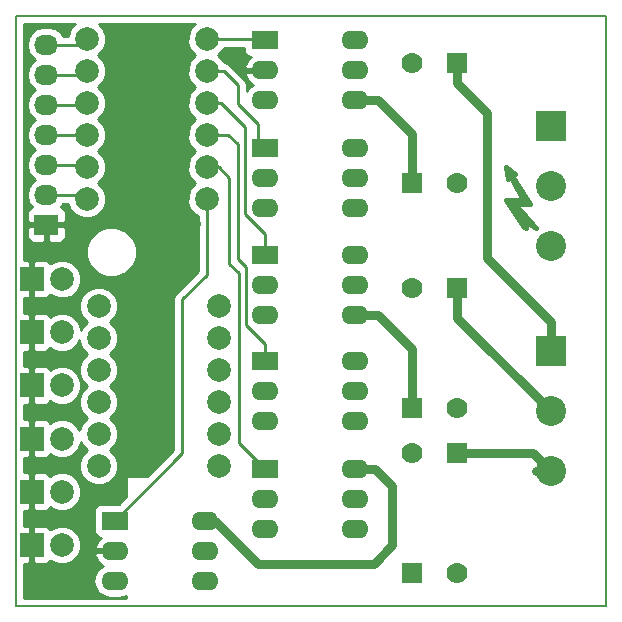
<source format=gbl>
G04 #@! TF.FileFunction,Copper,L2,Bot,Signal*
%FSLAX46Y46*%
G04 Gerber Fmt 4.6, Leading zero omitted, Abs format (unit mm)*
G04 Created by KiCad (PCBNEW (2015-09-12 BZR 6188)-product) date sam. 10 oct. 2015 11:50:57 CEST*
%MOMM*%
G01*
G04 APERTURE LIST*
%ADD10C,0.800000*%
%ADD11C,0.150000*%
%ADD12C,0.381000*%
%ADD13R,2.286000X1.574800*%
%ADD14O,2.286000X1.574800*%
%ADD15R,2.000000X2.000000*%
%ADD16C,2.000000*%
%ADD17R,2.540000X2.540000*%
%ADD18C,2.540000*%
%ADD19R,2.032000X1.727200*%
%ADD20O,2.032000X1.727200*%
%ADD21C,1.998980*%
%ADD22C,1.778000*%
%ADD23R,1.778000X1.778000*%
%ADD24C,0.889000*%
%ADD25C,0.254000*%
G04 APERTURE END LIST*
D10*
D11*
X27400000Y-23900000D02*
X77400000Y-23900000D01*
X27400000Y-73900000D02*
X27400000Y-23900000D01*
X77400000Y-73900000D02*
X27400000Y-73900000D01*
X77400000Y-23900000D02*
X77400000Y-73900000D01*
D12*
X70697000Y-41494000D02*
X69300000Y-39589000D01*
X69300000Y-39589000D02*
X70570000Y-39589000D01*
X69046000Y-37684000D02*
X68919000Y-36668000D01*
X68919000Y-36668000D02*
X69681000Y-37303000D01*
X69681000Y-37303000D02*
X69173000Y-37049000D01*
X69173000Y-37049000D02*
X70951000Y-39843000D01*
X70951000Y-39843000D02*
X69681000Y-39843000D01*
X69681000Y-39843000D02*
X71459000Y-41875000D01*
X71459000Y-41875000D02*
X70697000Y-41367000D01*
X70697000Y-41367000D02*
X70570000Y-41875000D01*
X70443000Y-41748000D02*
X68919000Y-39462000D01*
X68919000Y-39462000D02*
X70316000Y-39462000D01*
X70316000Y-39462000D02*
X69173000Y-37176000D01*
X69173000Y-37176000D02*
X69046000Y-37684000D01*
D13*
X48490000Y-25960000D03*
D14*
X48490000Y-28500000D03*
X48490000Y-31040000D03*
X56110000Y-31040000D03*
X56110000Y-28500000D03*
X56110000Y-25960000D03*
D13*
X48490000Y-35060000D03*
D14*
X48490000Y-37600000D03*
X48490000Y-40140000D03*
X56110000Y-40140000D03*
X56110000Y-37600000D03*
X56110000Y-35060000D03*
D13*
X48490000Y-44160000D03*
D14*
X48490000Y-46700000D03*
X48490000Y-49240000D03*
X56110000Y-49240000D03*
X56110000Y-46700000D03*
X56110000Y-44160000D03*
D13*
X48490000Y-53160000D03*
D14*
X48490000Y-55700000D03*
X48490000Y-58240000D03*
X56110000Y-58240000D03*
X56110000Y-55700000D03*
X56110000Y-53160000D03*
D13*
X48490000Y-62260000D03*
D14*
X48490000Y-64800000D03*
X48490000Y-67340000D03*
X56110000Y-67340000D03*
X56110000Y-64800000D03*
X56110000Y-62260000D03*
D13*
X35790000Y-66660000D03*
D14*
X35790000Y-69200000D03*
X35790000Y-71740000D03*
X43410000Y-71740000D03*
X43410000Y-69200000D03*
X43410000Y-66660000D03*
D15*
X28760000Y-46200000D03*
D16*
X31300000Y-46200000D03*
D15*
X28760000Y-55200000D03*
D16*
X31300000Y-55200000D03*
D15*
X28760000Y-64200000D03*
D16*
X31300000Y-64200000D03*
D15*
X28760000Y-50700000D03*
D16*
X31300000Y-50700000D03*
D15*
X28760000Y-59700000D03*
D16*
X31300000Y-59700000D03*
D15*
X28760000Y-68700000D03*
D16*
X31300000Y-68700000D03*
D17*
X72700000Y-52320000D03*
D18*
X72700000Y-57400000D03*
X72700000Y-62480000D03*
D19*
X30000000Y-41600000D03*
D20*
X30000000Y-39060000D03*
X30000000Y-36520000D03*
X30000000Y-33980000D03*
X30000000Y-31440000D03*
X30000000Y-28900000D03*
X30000000Y-26360000D03*
D21*
X43580000Y-25900000D03*
X33420000Y-25900000D03*
X43580000Y-28600000D03*
X33420000Y-28600000D03*
X43580000Y-31300000D03*
X33420000Y-31300000D03*
X43580000Y-34000000D03*
X33420000Y-34000000D03*
X43580000Y-36700000D03*
X33420000Y-36700000D03*
X43580000Y-39400000D03*
X33420000Y-39400000D03*
X44580000Y-51200000D03*
X34420000Y-51200000D03*
X44580000Y-56600000D03*
X34420000Y-56600000D03*
X44580000Y-62000000D03*
X34420000Y-62000000D03*
X44580000Y-48500000D03*
X34420000Y-48500000D03*
X44580000Y-53900000D03*
X34420000Y-53900000D03*
X44580000Y-59300000D03*
X34420000Y-59300000D03*
D17*
X72700000Y-33220000D03*
D18*
X72700000Y-38300000D03*
X72700000Y-43380000D03*
D22*
X60960000Y-27940000D03*
D23*
X60960000Y-38100000D03*
D22*
X64770000Y-38100000D03*
D23*
X64770000Y-27940000D03*
D22*
X60960000Y-46990000D03*
D23*
X60960000Y-57150000D03*
D22*
X64770000Y-57150000D03*
D23*
X64770000Y-46990000D03*
D22*
X60960000Y-60960000D03*
D23*
X60960000Y-71120000D03*
D22*
X64770000Y-71120000D03*
D23*
X64770000Y-60960000D03*
D24*
X42700000Y-41500000D03*
X37900000Y-40500000D03*
D10*
X67310000Y-44450000D02*
X72700000Y-49840000D01*
X72700000Y-49840000D02*
X72700000Y-52320000D01*
X67310000Y-32169000D02*
X67310000Y-44450000D01*
X64770000Y-27940000D02*
X64770000Y-29629000D01*
X64770000Y-29629000D02*
X67310000Y-32169000D01*
X56110000Y-31040000D02*
X58053000Y-31040000D01*
X58053000Y-31040000D02*
X60960000Y-33947000D01*
X60960000Y-33947000D02*
X60960000Y-36411000D01*
X60960000Y-36411000D02*
X60960000Y-38100000D01*
X64770000Y-46990000D02*
X64770000Y-49470000D01*
X64770000Y-49470000D02*
X72700000Y-57400000D01*
X71900000Y-56600000D02*
X72700000Y-57400000D01*
X56110000Y-49240000D02*
X58053000Y-49240000D01*
X58053000Y-49240000D02*
X60960000Y-52147000D01*
X60960000Y-55461000D02*
X60960000Y-57150000D01*
X60960000Y-52147000D02*
X60960000Y-55461000D01*
X56110000Y-49240000D02*
X56465600Y-49240000D01*
X64770000Y-60960000D02*
X71180000Y-60960000D01*
X71180000Y-60960000D02*
X72700000Y-62480000D01*
X71480000Y-62480000D02*
X72700000Y-62480000D01*
D25*
X38900000Y-41500000D02*
X42700000Y-41500000D01*
X37900000Y-40500000D02*
X38900000Y-41500000D01*
X48430000Y-25900000D02*
X48490000Y-25960000D01*
X43580000Y-25900000D02*
X48430000Y-25900000D01*
D10*
X43960000Y-66660000D02*
X43410000Y-66660000D01*
X56110000Y-62260000D02*
X55740000Y-62260000D01*
X47900000Y-70300000D02*
X57700000Y-70300000D01*
X57700000Y-70300000D02*
X59300000Y-68700000D01*
X59300000Y-68700000D02*
X59300000Y-63700000D01*
X59300000Y-63700000D02*
X57860000Y-62260000D01*
X57860000Y-62260000D02*
X56110000Y-62260000D01*
X44260000Y-66660000D02*
X47900000Y-70300000D01*
X43410000Y-66660000D02*
X44260000Y-66660000D01*
D25*
X47900000Y-34470000D02*
X48490000Y-35060000D01*
X45000000Y-28600000D02*
X46200000Y-29800000D01*
X46200000Y-29800000D02*
X46200000Y-31400000D01*
X46200000Y-31400000D02*
X47900000Y-33100000D01*
X47900000Y-33100000D02*
X47900000Y-34470000D01*
X43580000Y-28600000D02*
X45000000Y-28600000D01*
X44800000Y-31300000D02*
X46800000Y-33300000D01*
X46800000Y-33300000D02*
X46800000Y-40700000D01*
X46800000Y-40700000D02*
X48490000Y-42390000D01*
X48490000Y-42390000D02*
X48490000Y-44160000D01*
X43580000Y-31300000D02*
X44800000Y-31300000D01*
X45400000Y-34000000D02*
X46200000Y-34800000D01*
X46200000Y-34800000D02*
X46200000Y-44500000D01*
X46200000Y-44500000D02*
X46900000Y-45200000D01*
X46900000Y-45200000D02*
X46900000Y-50100000D01*
X46900000Y-50100000D02*
X48490000Y-51690000D01*
X48490000Y-51690000D02*
X48490000Y-53160000D01*
X43580000Y-34000000D02*
X45400000Y-34000000D01*
X43580000Y-36700000D02*
X44600000Y-36700000D01*
X46300000Y-60070000D02*
X48490000Y-62260000D01*
X46300000Y-45700000D02*
X46300000Y-60070000D01*
X45500000Y-44900000D02*
X46300000Y-45700000D01*
X45500000Y-37600000D02*
X45500000Y-44900000D01*
X44600000Y-36700000D02*
X45500000Y-37600000D01*
X43580000Y-36700000D02*
X44500000Y-36700000D01*
X43580000Y-45820000D02*
X41500000Y-47900000D01*
X41500000Y-47900000D02*
X41500000Y-60950000D01*
X41500000Y-60950000D02*
X35790000Y-66660000D01*
X43580000Y-39400000D02*
X43580000Y-45820000D01*
X32960000Y-26360000D02*
X33420000Y-25900000D01*
X30000000Y-26360000D02*
X32960000Y-26360000D01*
X33120000Y-28900000D02*
X33420000Y-28600000D01*
X30000000Y-28900000D02*
X33120000Y-28900000D01*
X33280000Y-31440000D02*
X33420000Y-31300000D01*
X30000000Y-31440000D02*
X33280000Y-31440000D01*
X33400000Y-33980000D02*
X33420000Y-34000000D01*
X30000000Y-33980000D02*
X33400000Y-33980000D01*
X33240000Y-36520000D02*
X33420000Y-36700000D01*
X30000000Y-36520000D02*
X33240000Y-36520000D01*
X33080000Y-39060000D02*
X33420000Y-39400000D01*
X30000000Y-39060000D02*
X33080000Y-39060000D01*
G36*
X32035154Y-24972927D02*
X31785794Y-25573453D01*
X31785773Y-25598000D01*
X31443312Y-25598000D01*
X31244415Y-25300330D01*
X30758234Y-24975474D01*
X30184745Y-24861400D01*
X29815255Y-24861400D01*
X29241766Y-24975474D01*
X28755585Y-25300330D01*
X28430729Y-25786511D01*
X28316655Y-26360000D01*
X28430729Y-26933489D01*
X28755585Y-27419670D01*
X29070366Y-27630000D01*
X28755585Y-27840330D01*
X28430729Y-28326511D01*
X28316655Y-28900000D01*
X28430729Y-29473489D01*
X28755585Y-29959670D01*
X29070366Y-30170000D01*
X28755585Y-30380330D01*
X28430729Y-30866511D01*
X28316655Y-31440000D01*
X28430729Y-32013489D01*
X28755585Y-32499670D01*
X29070366Y-32710000D01*
X28755585Y-32920330D01*
X28430729Y-33406511D01*
X28316655Y-33980000D01*
X28430729Y-34553489D01*
X28755585Y-35039670D01*
X29070366Y-35250000D01*
X28755585Y-35460330D01*
X28430729Y-35946511D01*
X28316655Y-36520000D01*
X28430729Y-37093489D01*
X28755585Y-37579670D01*
X29070366Y-37790000D01*
X28755585Y-38000330D01*
X28430729Y-38486511D01*
X28316655Y-39060000D01*
X28430729Y-39633489D01*
X28755585Y-40119670D01*
X28777780Y-40134500D01*
X28624302Y-40198073D01*
X28445673Y-40376701D01*
X28349000Y-40610090D01*
X28349000Y-41314250D01*
X28507750Y-41473000D01*
X29873000Y-41473000D01*
X29873000Y-41453000D01*
X30127000Y-41453000D01*
X30127000Y-41473000D01*
X31492250Y-41473000D01*
X31651000Y-41314250D01*
X31651000Y-40610090D01*
X31554327Y-40376701D01*
X31375698Y-40198073D01*
X31222220Y-40134500D01*
X31244415Y-40119670D01*
X31443312Y-39822000D01*
X31825845Y-39822000D01*
X32033538Y-40324655D01*
X32492927Y-40784846D01*
X33093453Y-41034206D01*
X33743694Y-41034774D01*
X34344655Y-40786462D01*
X34804846Y-40327073D01*
X35054206Y-39726547D01*
X35054774Y-39076306D01*
X34806462Y-38475345D01*
X34381520Y-38049661D01*
X34804846Y-37627073D01*
X35054206Y-37026547D01*
X35054774Y-36376306D01*
X34806462Y-35775345D01*
X34381520Y-35349661D01*
X34804846Y-34927073D01*
X35054206Y-34326547D01*
X35054774Y-33676306D01*
X34806462Y-33075345D01*
X34381520Y-32649661D01*
X34804846Y-32227073D01*
X35054206Y-31626547D01*
X35054774Y-30976306D01*
X34806462Y-30375345D01*
X34381520Y-29949661D01*
X34804846Y-29527073D01*
X35054206Y-28926547D01*
X35054774Y-28276306D01*
X34806462Y-27675345D01*
X34381520Y-27249661D01*
X34804846Y-26827073D01*
X35054206Y-26226547D01*
X35054774Y-25576306D01*
X34806462Y-24975345D01*
X34441754Y-24610000D01*
X42558715Y-24610000D01*
X42195154Y-24972927D01*
X41945794Y-25573453D01*
X41945226Y-26223694D01*
X42193538Y-26824655D01*
X42618480Y-27250339D01*
X42195154Y-27672927D01*
X41945794Y-28273453D01*
X41945226Y-28923694D01*
X42193538Y-29524655D01*
X42618480Y-29950339D01*
X42195154Y-30372927D01*
X41945794Y-30973453D01*
X41945226Y-31623694D01*
X42193538Y-32224655D01*
X42618480Y-32650339D01*
X42195154Y-33072927D01*
X41945794Y-33673453D01*
X41945226Y-34323694D01*
X42193538Y-34924655D01*
X42618480Y-35350339D01*
X42195154Y-35772927D01*
X41945794Y-36373453D01*
X41945226Y-37023694D01*
X42193538Y-37624655D01*
X42618480Y-38050339D01*
X42195154Y-38472927D01*
X41945794Y-39073453D01*
X41945226Y-39723694D01*
X42193538Y-40324655D01*
X42652927Y-40784846D01*
X42818000Y-40853390D01*
X42818000Y-45504369D01*
X40961185Y-47361185D01*
X40796004Y-47608395D01*
X40738000Y-47900000D01*
X40738000Y-60634369D01*
X38499369Y-62873000D01*
X36900000Y-62873000D01*
X36850590Y-62883006D01*
X36808965Y-62911447D01*
X36781685Y-62953841D01*
X36773000Y-63000000D01*
X36773000Y-64599370D01*
X36147210Y-65225160D01*
X34647000Y-65225160D01*
X34411683Y-65269438D01*
X34195559Y-65408510D01*
X34050569Y-65620710D01*
X33999560Y-65872600D01*
X33999560Y-67447400D01*
X34043838Y-67682717D01*
X34182910Y-67898841D01*
X34395110Y-68043831D01*
X34588390Y-68082971D01*
X34338809Y-68284014D01*
X34071673Y-68773004D01*
X34054990Y-68852940D01*
X34177148Y-69073000D01*
X35663000Y-69073000D01*
X35663000Y-69053000D01*
X35917000Y-69053000D01*
X35917000Y-69073000D01*
X35937000Y-69073000D01*
X35937000Y-69327000D01*
X35917000Y-69327000D01*
X35917000Y-69347000D01*
X35663000Y-69347000D01*
X35663000Y-69327000D01*
X34177148Y-69327000D01*
X34054990Y-69547060D01*
X34071673Y-69626996D01*
X34338809Y-70115986D01*
X34772738Y-70465525D01*
X34788830Y-70470246D01*
X34393778Y-70734211D01*
X34085441Y-71195671D01*
X33977167Y-71740000D01*
X34085441Y-72284329D01*
X34393778Y-72745789D01*
X34855238Y-73054126D01*
X35399567Y-73162400D01*
X36180433Y-73162400D01*
X36724762Y-73054126D01*
X36773000Y-73021894D01*
X36773000Y-73190000D01*
X28110000Y-73190000D01*
X28110000Y-70335000D01*
X28474250Y-70335000D01*
X28633000Y-70176250D01*
X28633000Y-68827000D01*
X28613000Y-68827000D01*
X28613000Y-68573000D01*
X28633000Y-68573000D01*
X28633000Y-67223750D01*
X28887000Y-67223750D01*
X28887000Y-68573000D01*
X28907000Y-68573000D01*
X28907000Y-68827000D01*
X28887000Y-68827000D01*
X28887000Y-70176250D01*
X29045750Y-70335000D01*
X29886310Y-70335000D01*
X30119699Y-70238327D01*
X30298327Y-70059698D01*
X30312630Y-70025166D01*
X30372637Y-70085278D01*
X30973352Y-70334716D01*
X31623795Y-70335284D01*
X32224943Y-70086894D01*
X32685278Y-69627363D01*
X32934716Y-69026648D01*
X32935284Y-68376205D01*
X32686894Y-67775057D01*
X32227363Y-67314722D01*
X31626648Y-67065284D01*
X30976205Y-67064716D01*
X30375057Y-67313106D01*
X30312803Y-67375251D01*
X30298327Y-67340302D01*
X30119699Y-67161673D01*
X29886310Y-67065000D01*
X29045750Y-67065000D01*
X28887000Y-67223750D01*
X28633000Y-67223750D01*
X28474250Y-67065000D01*
X28110000Y-67065000D01*
X28110000Y-65835000D01*
X28474250Y-65835000D01*
X28633000Y-65676250D01*
X28633000Y-64327000D01*
X28613000Y-64327000D01*
X28613000Y-64073000D01*
X28633000Y-64073000D01*
X28633000Y-62723750D01*
X28887000Y-62723750D01*
X28887000Y-64073000D01*
X28907000Y-64073000D01*
X28907000Y-64327000D01*
X28887000Y-64327000D01*
X28887000Y-65676250D01*
X29045750Y-65835000D01*
X29886310Y-65835000D01*
X30119699Y-65738327D01*
X30298327Y-65559698D01*
X30312630Y-65525166D01*
X30372637Y-65585278D01*
X30973352Y-65834716D01*
X31623795Y-65835284D01*
X32224943Y-65586894D01*
X32685278Y-65127363D01*
X32934716Y-64526648D01*
X32935284Y-63876205D01*
X32686894Y-63275057D01*
X32227363Y-62814722D01*
X31626648Y-62565284D01*
X30976205Y-62564716D01*
X30375057Y-62813106D01*
X30312803Y-62875251D01*
X30298327Y-62840302D01*
X30119699Y-62661673D01*
X29886310Y-62565000D01*
X29045750Y-62565000D01*
X28887000Y-62723750D01*
X28633000Y-62723750D01*
X28474250Y-62565000D01*
X28110000Y-62565000D01*
X28110000Y-61335000D01*
X28474250Y-61335000D01*
X28633000Y-61176250D01*
X28633000Y-59827000D01*
X28613000Y-59827000D01*
X28613000Y-59573000D01*
X28633000Y-59573000D01*
X28633000Y-58223750D01*
X28474250Y-58065000D01*
X28110000Y-58065000D01*
X28110000Y-56835000D01*
X28474250Y-56835000D01*
X28633000Y-56676250D01*
X28633000Y-55327000D01*
X28613000Y-55327000D01*
X28613000Y-55073000D01*
X28633000Y-55073000D01*
X28633000Y-53723750D01*
X28887000Y-53723750D01*
X28887000Y-55073000D01*
X28907000Y-55073000D01*
X28907000Y-55327000D01*
X28887000Y-55327000D01*
X28887000Y-56676250D01*
X29045750Y-56835000D01*
X29886310Y-56835000D01*
X30119699Y-56738327D01*
X30298327Y-56559698D01*
X30312630Y-56525166D01*
X30372637Y-56585278D01*
X30973352Y-56834716D01*
X31623795Y-56835284D01*
X32224943Y-56586894D01*
X32685278Y-56127363D01*
X32934716Y-55526648D01*
X32935284Y-54876205D01*
X32686894Y-54275057D01*
X32227363Y-53814722D01*
X31626648Y-53565284D01*
X30976205Y-53564716D01*
X30375057Y-53813106D01*
X30312803Y-53875251D01*
X30298327Y-53840302D01*
X30119699Y-53661673D01*
X29886310Y-53565000D01*
X29045750Y-53565000D01*
X28887000Y-53723750D01*
X28633000Y-53723750D01*
X28474250Y-53565000D01*
X28110000Y-53565000D01*
X28110000Y-52335000D01*
X28474250Y-52335000D01*
X28633000Y-52176250D01*
X28633000Y-50827000D01*
X28613000Y-50827000D01*
X28613000Y-50573000D01*
X28633000Y-50573000D01*
X28633000Y-49223750D01*
X28887000Y-49223750D01*
X28887000Y-50573000D01*
X28907000Y-50573000D01*
X28907000Y-50827000D01*
X28887000Y-50827000D01*
X28887000Y-52176250D01*
X29045750Y-52335000D01*
X29886310Y-52335000D01*
X30119699Y-52238327D01*
X30298327Y-52059698D01*
X30312630Y-52025166D01*
X30372637Y-52085278D01*
X30973352Y-52334716D01*
X31623795Y-52335284D01*
X32224943Y-52086894D01*
X32685278Y-51627363D01*
X32785346Y-51386372D01*
X32785226Y-51523694D01*
X33033538Y-52124655D01*
X33458480Y-52550339D01*
X33035154Y-52972927D01*
X32785794Y-53573453D01*
X32785226Y-54223694D01*
X33033538Y-54824655D01*
X33458480Y-55250339D01*
X33035154Y-55672927D01*
X32785794Y-56273453D01*
X32785226Y-56923694D01*
X33033538Y-57524655D01*
X33458480Y-57950339D01*
X33035154Y-58372927D01*
X32785794Y-58973453D01*
X32785758Y-59014326D01*
X32686894Y-58775057D01*
X32227363Y-58314722D01*
X31626648Y-58065284D01*
X30976205Y-58064716D01*
X30375057Y-58313106D01*
X30312803Y-58375251D01*
X30298327Y-58340302D01*
X30119699Y-58161673D01*
X29886310Y-58065000D01*
X29045750Y-58065000D01*
X28887000Y-58223750D01*
X28887000Y-59573000D01*
X28907000Y-59573000D01*
X28907000Y-59827000D01*
X28887000Y-59827000D01*
X28887000Y-61176250D01*
X29045750Y-61335000D01*
X29886310Y-61335000D01*
X30119699Y-61238327D01*
X30298327Y-61059698D01*
X30312630Y-61025166D01*
X30372637Y-61085278D01*
X30973352Y-61334716D01*
X31623795Y-61335284D01*
X32224943Y-61086894D01*
X32685278Y-60627363D01*
X32934716Y-60026648D01*
X32934752Y-59985574D01*
X33033538Y-60224655D01*
X33458480Y-60650339D01*
X33035154Y-61072927D01*
X32785794Y-61673453D01*
X32785226Y-62323694D01*
X33033538Y-62924655D01*
X33492927Y-63384846D01*
X34093453Y-63634206D01*
X34743694Y-63634774D01*
X35344655Y-63386462D01*
X35804846Y-62927073D01*
X36054206Y-62326547D01*
X36054774Y-61676306D01*
X35806462Y-61075345D01*
X35381520Y-60649661D01*
X35804846Y-60227073D01*
X36054206Y-59626547D01*
X36054774Y-58976306D01*
X35806462Y-58375345D01*
X35381520Y-57949661D01*
X35804846Y-57527073D01*
X36054206Y-56926547D01*
X36054774Y-56276306D01*
X35806462Y-55675345D01*
X35381520Y-55249661D01*
X35804846Y-54827073D01*
X36054206Y-54226547D01*
X36054774Y-53576306D01*
X35806462Y-52975345D01*
X35381520Y-52549661D01*
X35804846Y-52127073D01*
X36054206Y-51526547D01*
X36054774Y-50876306D01*
X35806462Y-50275345D01*
X35381520Y-49849661D01*
X35804846Y-49427073D01*
X36054206Y-48826547D01*
X36054774Y-48176306D01*
X35806462Y-47575345D01*
X35347073Y-47115154D01*
X34746547Y-46865794D01*
X34096306Y-46865226D01*
X33495345Y-47113538D01*
X33035154Y-47572927D01*
X32785794Y-48173453D01*
X32785226Y-48823694D01*
X33033538Y-49424655D01*
X33458480Y-49850339D01*
X33035154Y-50272927D01*
X32935164Y-50513730D01*
X32935284Y-50376205D01*
X32686894Y-49775057D01*
X32227363Y-49314722D01*
X31626648Y-49065284D01*
X30976205Y-49064716D01*
X30375057Y-49313106D01*
X30312803Y-49375251D01*
X30298327Y-49340302D01*
X30119699Y-49161673D01*
X29886310Y-49065000D01*
X29045750Y-49065000D01*
X28887000Y-49223750D01*
X28633000Y-49223750D01*
X28474250Y-49065000D01*
X28110000Y-49065000D01*
X28110000Y-47835000D01*
X28474250Y-47835000D01*
X28633000Y-47676250D01*
X28633000Y-46327000D01*
X28613000Y-46327000D01*
X28613000Y-46073000D01*
X28633000Y-46073000D01*
X28633000Y-44723750D01*
X28887000Y-44723750D01*
X28887000Y-46073000D01*
X28907000Y-46073000D01*
X28907000Y-46327000D01*
X28887000Y-46327000D01*
X28887000Y-47676250D01*
X29045750Y-47835000D01*
X29886310Y-47835000D01*
X30119699Y-47738327D01*
X30298327Y-47559698D01*
X30312630Y-47525166D01*
X30372637Y-47585278D01*
X30973352Y-47834716D01*
X31623795Y-47835284D01*
X32224943Y-47586894D01*
X32685278Y-47127363D01*
X32934716Y-46526648D01*
X32935284Y-45876205D01*
X32686894Y-45275057D01*
X32227363Y-44814722D01*
X31626648Y-44565284D01*
X30976205Y-44564716D01*
X30375057Y-44813106D01*
X30312803Y-44875251D01*
X30298327Y-44840302D01*
X30119699Y-44661673D01*
X29886310Y-44565000D01*
X29045750Y-44565000D01*
X28887000Y-44723750D01*
X28633000Y-44723750D01*
X28474250Y-44565000D01*
X28110000Y-44565000D01*
X28110000Y-44322815D01*
X33364630Y-44322815D01*
X33688980Y-45107800D01*
X34289041Y-45708909D01*
X35073459Y-46034628D01*
X35922815Y-46035370D01*
X36707800Y-45711020D01*
X37308909Y-45110959D01*
X37634628Y-44326541D01*
X37635370Y-43477185D01*
X37311020Y-42692200D01*
X36710959Y-42091091D01*
X35926541Y-41765372D01*
X35077185Y-41764630D01*
X34292200Y-42088980D01*
X33691091Y-42689041D01*
X33365372Y-43473459D01*
X33364630Y-44322815D01*
X28110000Y-44322815D01*
X28110000Y-41885750D01*
X28349000Y-41885750D01*
X28349000Y-42589910D01*
X28445673Y-42823299D01*
X28624302Y-43001927D01*
X28857691Y-43098600D01*
X29714250Y-43098600D01*
X29873000Y-42939850D01*
X29873000Y-41727000D01*
X30127000Y-41727000D01*
X30127000Y-42939850D01*
X30285750Y-43098600D01*
X31142309Y-43098600D01*
X31375698Y-43001927D01*
X31554327Y-42823299D01*
X31651000Y-42589910D01*
X31651000Y-41885750D01*
X31492250Y-41727000D01*
X30127000Y-41727000D01*
X29873000Y-41727000D01*
X28507750Y-41727000D01*
X28349000Y-41885750D01*
X28110000Y-41885750D01*
X28110000Y-24610000D01*
X32398715Y-24610000D01*
X32035154Y-24972927D01*
X32035154Y-24972927D01*
G37*
X32035154Y-24972927D02*
X31785794Y-25573453D01*
X31785773Y-25598000D01*
X31443312Y-25598000D01*
X31244415Y-25300330D01*
X30758234Y-24975474D01*
X30184745Y-24861400D01*
X29815255Y-24861400D01*
X29241766Y-24975474D01*
X28755585Y-25300330D01*
X28430729Y-25786511D01*
X28316655Y-26360000D01*
X28430729Y-26933489D01*
X28755585Y-27419670D01*
X29070366Y-27630000D01*
X28755585Y-27840330D01*
X28430729Y-28326511D01*
X28316655Y-28900000D01*
X28430729Y-29473489D01*
X28755585Y-29959670D01*
X29070366Y-30170000D01*
X28755585Y-30380330D01*
X28430729Y-30866511D01*
X28316655Y-31440000D01*
X28430729Y-32013489D01*
X28755585Y-32499670D01*
X29070366Y-32710000D01*
X28755585Y-32920330D01*
X28430729Y-33406511D01*
X28316655Y-33980000D01*
X28430729Y-34553489D01*
X28755585Y-35039670D01*
X29070366Y-35250000D01*
X28755585Y-35460330D01*
X28430729Y-35946511D01*
X28316655Y-36520000D01*
X28430729Y-37093489D01*
X28755585Y-37579670D01*
X29070366Y-37790000D01*
X28755585Y-38000330D01*
X28430729Y-38486511D01*
X28316655Y-39060000D01*
X28430729Y-39633489D01*
X28755585Y-40119670D01*
X28777780Y-40134500D01*
X28624302Y-40198073D01*
X28445673Y-40376701D01*
X28349000Y-40610090D01*
X28349000Y-41314250D01*
X28507750Y-41473000D01*
X29873000Y-41473000D01*
X29873000Y-41453000D01*
X30127000Y-41453000D01*
X30127000Y-41473000D01*
X31492250Y-41473000D01*
X31651000Y-41314250D01*
X31651000Y-40610090D01*
X31554327Y-40376701D01*
X31375698Y-40198073D01*
X31222220Y-40134500D01*
X31244415Y-40119670D01*
X31443312Y-39822000D01*
X31825845Y-39822000D01*
X32033538Y-40324655D01*
X32492927Y-40784846D01*
X33093453Y-41034206D01*
X33743694Y-41034774D01*
X34344655Y-40786462D01*
X34804846Y-40327073D01*
X35054206Y-39726547D01*
X35054774Y-39076306D01*
X34806462Y-38475345D01*
X34381520Y-38049661D01*
X34804846Y-37627073D01*
X35054206Y-37026547D01*
X35054774Y-36376306D01*
X34806462Y-35775345D01*
X34381520Y-35349661D01*
X34804846Y-34927073D01*
X35054206Y-34326547D01*
X35054774Y-33676306D01*
X34806462Y-33075345D01*
X34381520Y-32649661D01*
X34804846Y-32227073D01*
X35054206Y-31626547D01*
X35054774Y-30976306D01*
X34806462Y-30375345D01*
X34381520Y-29949661D01*
X34804846Y-29527073D01*
X35054206Y-28926547D01*
X35054774Y-28276306D01*
X34806462Y-27675345D01*
X34381520Y-27249661D01*
X34804846Y-26827073D01*
X35054206Y-26226547D01*
X35054774Y-25576306D01*
X34806462Y-24975345D01*
X34441754Y-24610000D01*
X42558715Y-24610000D01*
X42195154Y-24972927D01*
X41945794Y-25573453D01*
X41945226Y-26223694D01*
X42193538Y-26824655D01*
X42618480Y-27250339D01*
X42195154Y-27672927D01*
X41945794Y-28273453D01*
X41945226Y-28923694D01*
X42193538Y-29524655D01*
X42618480Y-29950339D01*
X42195154Y-30372927D01*
X41945794Y-30973453D01*
X41945226Y-31623694D01*
X42193538Y-32224655D01*
X42618480Y-32650339D01*
X42195154Y-33072927D01*
X41945794Y-33673453D01*
X41945226Y-34323694D01*
X42193538Y-34924655D01*
X42618480Y-35350339D01*
X42195154Y-35772927D01*
X41945794Y-36373453D01*
X41945226Y-37023694D01*
X42193538Y-37624655D01*
X42618480Y-38050339D01*
X42195154Y-38472927D01*
X41945794Y-39073453D01*
X41945226Y-39723694D01*
X42193538Y-40324655D01*
X42652927Y-40784846D01*
X42818000Y-40853390D01*
X42818000Y-45504369D01*
X40961185Y-47361185D01*
X40796004Y-47608395D01*
X40738000Y-47900000D01*
X40738000Y-60634369D01*
X38499369Y-62873000D01*
X36900000Y-62873000D01*
X36850590Y-62883006D01*
X36808965Y-62911447D01*
X36781685Y-62953841D01*
X36773000Y-63000000D01*
X36773000Y-64599370D01*
X36147210Y-65225160D01*
X34647000Y-65225160D01*
X34411683Y-65269438D01*
X34195559Y-65408510D01*
X34050569Y-65620710D01*
X33999560Y-65872600D01*
X33999560Y-67447400D01*
X34043838Y-67682717D01*
X34182910Y-67898841D01*
X34395110Y-68043831D01*
X34588390Y-68082971D01*
X34338809Y-68284014D01*
X34071673Y-68773004D01*
X34054990Y-68852940D01*
X34177148Y-69073000D01*
X35663000Y-69073000D01*
X35663000Y-69053000D01*
X35917000Y-69053000D01*
X35917000Y-69073000D01*
X35937000Y-69073000D01*
X35937000Y-69327000D01*
X35917000Y-69327000D01*
X35917000Y-69347000D01*
X35663000Y-69347000D01*
X35663000Y-69327000D01*
X34177148Y-69327000D01*
X34054990Y-69547060D01*
X34071673Y-69626996D01*
X34338809Y-70115986D01*
X34772738Y-70465525D01*
X34788830Y-70470246D01*
X34393778Y-70734211D01*
X34085441Y-71195671D01*
X33977167Y-71740000D01*
X34085441Y-72284329D01*
X34393778Y-72745789D01*
X34855238Y-73054126D01*
X35399567Y-73162400D01*
X36180433Y-73162400D01*
X36724762Y-73054126D01*
X36773000Y-73021894D01*
X36773000Y-73190000D01*
X28110000Y-73190000D01*
X28110000Y-70335000D01*
X28474250Y-70335000D01*
X28633000Y-70176250D01*
X28633000Y-68827000D01*
X28613000Y-68827000D01*
X28613000Y-68573000D01*
X28633000Y-68573000D01*
X28633000Y-67223750D01*
X28887000Y-67223750D01*
X28887000Y-68573000D01*
X28907000Y-68573000D01*
X28907000Y-68827000D01*
X28887000Y-68827000D01*
X28887000Y-70176250D01*
X29045750Y-70335000D01*
X29886310Y-70335000D01*
X30119699Y-70238327D01*
X30298327Y-70059698D01*
X30312630Y-70025166D01*
X30372637Y-70085278D01*
X30973352Y-70334716D01*
X31623795Y-70335284D01*
X32224943Y-70086894D01*
X32685278Y-69627363D01*
X32934716Y-69026648D01*
X32935284Y-68376205D01*
X32686894Y-67775057D01*
X32227363Y-67314722D01*
X31626648Y-67065284D01*
X30976205Y-67064716D01*
X30375057Y-67313106D01*
X30312803Y-67375251D01*
X30298327Y-67340302D01*
X30119699Y-67161673D01*
X29886310Y-67065000D01*
X29045750Y-67065000D01*
X28887000Y-67223750D01*
X28633000Y-67223750D01*
X28474250Y-67065000D01*
X28110000Y-67065000D01*
X28110000Y-65835000D01*
X28474250Y-65835000D01*
X28633000Y-65676250D01*
X28633000Y-64327000D01*
X28613000Y-64327000D01*
X28613000Y-64073000D01*
X28633000Y-64073000D01*
X28633000Y-62723750D01*
X28887000Y-62723750D01*
X28887000Y-64073000D01*
X28907000Y-64073000D01*
X28907000Y-64327000D01*
X28887000Y-64327000D01*
X28887000Y-65676250D01*
X29045750Y-65835000D01*
X29886310Y-65835000D01*
X30119699Y-65738327D01*
X30298327Y-65559698D01*
X30312630Y-65525166D01*
X30372637Y-65585278D01*
X30973352Y-65834716D01*
X31623795Y-65835284D01*
X32224943Y-65586894D01*
X32685278Y-65127363D01*
X32934716Y-64526648D01*
X32935284Y-63876205D01*
X32686894Y-63275057D01*
X32227363Y-62814722D01*
X31626648Y-62565284D01*
X30976205Y-62564716D01*
X30375057Y-62813106D01*
X30312803Y-62875251D01*
X30298327Y-62840302D01*
X30119699Y-62661673D01*
X29886310Y-62565000D01*
X29045750Y-62565000D01*
X28887000Y-62723750D01*
X28633000Y-62723750D01*
X28474250Y-62565000D01*
X28110000Y-62565000D01*
X28110000Y-61335000D01*
X28474250Y-61335000D01*
X28633000Y-61176250D01*
X28633000Y-59827000D01*
X28613000Y-59827000D01*
X28613000Y-59573000D01*
X28633000Y-59573000D01*
X28633000Y-58223750D01*
X28474250Y-58065000D01*
X28110000Y-58065000D01*
X28110000Y-56835000D01*
X28474250Y-56835000D01*
X28633000Y-56676250D01*
X28633000Y-55327000D01*
X28613000Y-55327000D01*
X28613000Y-55073000D01*
X28633000Y-55073000D01*
X28633000Y-53723750D01*
X28887000Y-53723750D01*
X28887000Y-55073000D01*
X28907000Y-55073000D01*
X28907000Y-55327000D01*
X28887000Y-55327000D01*
X28887000Y-56676250D01*
X29045750Y-56835000D01*
X29886310Y-56835000D01*
X30119699Y-56738327D01*
X30298327Y-56559698D01*
X30312630Y-56525166D01*
X30372637Y-56585278D01*
X30973352Y-56834716D01*
X31623795Y-56835284D01*
X32224943Y-56586894D01*
X32685278Y-56127363D01*
X32934716Y-55526648D01*
X32935284Y-54876205D01*
X32686894Y-54275057D01*
X32227363Y-53814722D01*
X31626648Y-53565284D01*
X30976205Y-53564716D01*
X30375057Y-53813106D01*
X30312803Y-53875251D01*
X30298327Y-53840302D01*
X30119699Y-53661673D01*
X29886310Y-53565000D01*
X29045750Y-53565000D01*
X28887000Y-53723750D01*
X28633000Y-53723750D01*
X28474250Y-53565000D01*
X28110000Y-53565000D01*
X28110000Y-52335000D01*
X28474250Y-52335000D01*
X28633000Y-52176250D01*
X28633000Y-50827000D01*
X28613000Y-50827000D01*
X28613000Y-50573000D01*
X28633000Y-50573000D01*
X28633000Y-49223750D01*
X28887000Y-49223750D01*
X28887000Y-50573000D01*
X28907000Y-50573000D01*
X28907000Y-50827000D01*
X28887000Y-50827000D01*
X28887000Y-52176250D01*
X29045750Y-52335000D01*
X29886310Y-52335000D01*
X30119699Y-52238327D01*
X30298327Y-52059698D01*
X30312630Y-52025166D01*
X30372637Y-52085278D01*
X30973352Y-52334716D01*
X31623795Y-52335284D01*
X32224943Y-52086894D01*
X32685278Y-51627363D01*
X32785346Y-51386372D01*
X32785226Y-51523694D01*
X33033538Y-52124655D01*
X33458480Y-52550339D01*
X33035154Y-52972927D01*
X32785794Y-53573453D01*
X32785226Y-54223694D01*
X33033538Y-54824655D01*
X33458480Y-55250339D01*
X33035154Y-55672927D01*
X32785794Y-56273453D01*
X32785226Y-56923694D01*
X33033538Y-57524655D01*
X33458480Y-57950339D01*
X33035154Y-58372927D01*
X32785794Y-58973453D01*
X32785758Y-59014326D01*
X32686894Y-58775057D01*
X32227363Y-58314722D01*
X31626648Y-58065284D01*
X30976205Y-58064716D01*
X30375057Y-58313106D01*
X30312803Y-58375251D01*
X30298327Y-58340302D01*
X30119699Y-58161673D01*
X29886310Y-58065000D01*
X29045750Y-58065000D01*
X28887000Y-58223750D01*
X28887000Y-59573000D01*
X28907000Y-59573000D01*
X28907000Y-59827000D01*
X28887000Y-59827000D01*
X28887000Y-61176250D01*
X29045750Y-61335000D01*
X29886310Y-61335000D01*
X30119699Y-61238327D01*
X30298327Y-61059698D01*
X30312630Y-61025166D01*
X30372637Y-61085278D01*
X30973352Y-61334716D01*
X31623795Y-61335284D01*
X32224943Y-61086894D01*
X32685278Y-60627363D01*
X32934716Y-60026648D01*
X32934752Y-59985574D01*
X33033538Y-60224655D01*
X33458480Y-60650339D01*
X33035154Y-61072927D01*
X32785794Y-61673453D01*
X32785226Y-62323694D01*
X33033538Y-62924655D01*
X33492927Y-63384846D01*
X34093453Y-63634206D01*
X34743694Y-63634774D01*
X35344655Y-63386462D01*
X35804846Y-62927073D01*
X36054206Y-62326547D01*
X36054774Y-61676306D01*
X35806462Y-61075345D01*
X35381520Y-60649661D01*
X35804846Y-60227073D01*
X36054206Y-59626547D01*
X36054774Y-58976306D01*
X35806462Y-58375345D01*
X35381520Y-57949661D01*
X35804846Y-57527073D01*
X36054206Y-56926547D01*
X36054774Y-56276306D01*
X35806462Y-55675345D01*
X35381520Y-55249661D01*
X35804846Y-54827073D01*
X36054206Y-54226547D01*
X36054774Y-53576306D01*
X35806462Y-52975345D01*
X35381520Y-52549661D01*
X35804846Y-52127073D01*
X36054206Y-51526547D01*
X36054774Y-50876306D01*
X35806462Y-50275345D01*
X35381520Y-49849661D01*
X35804846Y-49427073D01*
X36054206Y-48826547D01*
X36054774Y-48176306D01*
X35806462Y-47575345D01*
X35347073Y-47115154D01*
X34746547Y-46865794D01*
X34096306Y-46865226D01*
X33495345Y-47113538D01*
X33035154Y-47572927D01*
X32785794Y-48173453D01*
X32785226Y-48823694D01*
X33033538Y-49424655D01*
X33458480Y-49850339D01*
X33035154Y-50272927D01*
X32935164Y-50513730D01*
X32935284Y-50376205D01*
X32686894Y-49775057D01*
X32227363Y-49314722D01*
X31626648Y-49065284D01*
X30976205Y-49064716D01*
X30375057Y-49313106D01*
X30312803Y-49375251D01*
X30298327Y-49340302D01*
X30119699Y-49161673D01*
X29886310Y-49065000D01*
X29045750Y-49065000D01*
X28887000Y-49223750D01*
X28633000Y-49223750D01*
X28474250Y-49065000D01*
X28110000Y-49065000D01*
X28110000Y-47835000D01*
X28474250Y-47835000D01*
X28633000Y-47676250D01*
X28633000Y-46327000D01*
X28613000Y-46327000D01*
X28613000Y-46073000D01*
X28633000Y-46073000D01*
X28633000Y-44723750D01*
X28887000Y-44723750D01*
X28887000Y-46073000D01*
X28907000Y-46073000D01*
X28907000Y-46327000D01*
X28887000Y-46327000D01*
X28887000Y-47676250D01*
X29045750Y-47835000D01*
X29886310Y-47835000D01*
X30119699Y-47738327D01*
X30298327Y-47559698D01*
X30312630Y-47525166D01*
X30372637Y-47585278D01*
X30973352Y-47834716D01*
X31623795Y-47835284D01*
X32224943Y-47586894D01*
X32685278Y-47127363D01*
X32934716Y-46526648D01*
X32935284Y-45876205D01*
X32686894Y-45275057D01*
X32227363Y-44814722D01*
X31626648Y-44565284D01*
X30976205Y-44564716D01*
X30375057Y-44813106D01*
X30312803Y-44875251D01*
X30298327Y-44840302D01*
X30119699Y-44661673D01*
X29886310Y-44565000D01*
X29045750Y-44565000D01*
X28887000Y-44723750D01*
X28633000Y-44723750D01*
X28474250Y-44565000D01*
X28110000Y-44565000D01*
X28110000Y-44322815D01*
X33364630Y-44322815D01*
X33688980Y-45107800D01*
X34289041Y-45708909D01*
X35073459Y-46034628D01*
X35922815Y-46035370D01*
X36707800Y-45711020D01*
X37308909Y-45110959D01*
X37634628Y-44326541D01*
X37635370Y-43477185D01*
X37311020Y-42692200D01*
X36710959Y-42091091D01*
X35926541Y-41765372D01*
X35077185Y-41764630D01*
X34292200Y-42088980D01*
X33691091Y-42689041D01*
X33365372Y-43473459D01*
X33364630Y-44322815D01*
X28110000Y-44322815D01*
X28110000Y-41885750D01*
X28349000Y-41885750D01*
X28349000Y-42589910D01*
X28445673Y-42823299D01*
X28624302Y-43001927D01*
X28857691Y-43098600D01*
X29714250Y-43098600D01*
X29873000Y-42939850D01*
X29873000Y-41727000D01*
X30127000Y-41727000D01*
X30127000Y-42939850D01*
X30285750Y-43098600D01*
X31142309Y-43098600D01*
X31375698Y-43001927D01*
X31554327Y-42823299D01*
X31651000Y-42589910D01*
X31651000Y-41885750D01*
X31492250Y-41727000D01*
X30127000Y-41727000D01*
X29873000Y-41727000D01*
X28507750Y-41727000D01*
X28349000Y-41885750D01*
X28110000Y-41885750D01*
X28110000Y-24610000D01*
X32398715Y-24610000D01*
X32035154Y-24972927D01*
G36*
X48617000Y-64673000D02*
X48637000Y-64673000D01*
X48637000Y-64927000D01*
X48617000Y-64927000D01*
X48617000Y-64947000D01*
X48363000Y-64947000D01*
X48363000Y-64927000D01*
X48343000Y-64927000D01*
X48343000Y-64673000D01*
X48363000Y-64673000D01*
X48363000Y-64653000D01*
X48617000Y-64653000D01*
X48617000Y-64673000D01*
X48617000Y-64673000D01*
G37*
X48617000Y-64673000D02*
X48637000Y-64673000D01*
X48637000Y-64927000D01*
X48617000Y-64927000D01*
X48617000Y-64947000D01*
X48363000Y-64947000D01*
X48363000Y-64927000D01*
X48343000Y-64927000D01*
X48343000Y-64673000D01*
X48363000Y-64673000D01*
X48363000Y-64653000D01*
X48617000Y-64653000D01*
X48617000Y-64673000D01*
G36*
X48617000Y-55573000D02*
X48637000Y-55573000D01*
X48637000Y-55827000D01*
X48617000Y-55827000D01*
X48617000Y-55847000D01*
X48363000Y-55847000D01*
X48363000Y-55827000D01*
X48343000Y-55827000D01*
X48343000Y-55573000D01*
X48363000Y-55573000D01*
X48363000Y-55553000D01*
X48617000Y-55553000D01*
X48617000Y-55573000D01*
X48617000Y-55573000D01*
G37*
X48617000Y-55573000D02*
X48637000Y-55573000D01*
X48637000Y-55827000D01*
X48617000Y-55827000D01*
X48617000Y-55847000D01*
X48363000Y-55847000D01*
X48363000Y-55827000D01*
X48343000Y-55827000D01*
X48343000Y-55573000D01*
X48363000Y-55573000D01*
X48363000Y-55553000D01*
X48617000Y-55553000D01*
X48617000Y-55573000D01*
G36*
X48617000Y-46573000D02*
X48637000Y-46573000D01*
X48637000Y-46827000D01*
X48617000Y-46827000D01*
X48617000Y-46847000D01*
X48363000Y-46847000D01*
X48363000Y-46827000D01*
X48343000Y-46827000D01*
X48343000Y-46573000D01*
X48363000Y-46573000D01*
X48363000Y-46553000D01*
X48617000Y-46553000D01*
X48617000Y-46573000D01*
X48617000Y-46573000D01*
G37*
X48617000Y-46573000D02*
X48637000Y-46573000D01*
X48637000Y-46827000D01*
X48617000Y-46827000D01*
X48617000Y-46847000D01*
X48363000Y-46847000D01*
X48363000Y-46827000D01*
X48343000Y-46827000D01*
X48343000Y-46573000D01*
X48363000Y-46573000D01*
X48363000Y-46553000D01*
X48617000Y-46553000D01*
X48617000Y-46573000D01*
G36*
X48617000Y-37473000D02*
X48637000Y-37473000D01*
X48637000Y-37727000D01*
X48617000Y-37727000D01*
X48617000Y-37747000D01*
X48363000Y-37747000D01*
X48363000Y-37727000D01*
X48343000Y-37727000D01*
X48343000Y-37473000D01*
X48363000Y-37473000D01*
X48363000Y-37453000D01*
X48617000Y-37453000D01*
X48617000Y-37473000D01*
X48617000Y-37473000D01*
G37*
X48617000Y-37473000D02*
X48637000Y-37473000D01*
X48637000Y-37727000D01*
X48617000Y-37727000D01*
X48617000Y-37747000D01*
X48363000Y-37747000D01*
X48363000Y-37727000D01*
X48343000Y-37727000D01*
X48343000Y-37473000D01*
X48363000Y-37473000D01*
X48363000Y-37453000D01*
X48617000Y-37453000D01*
X48617000Y-37473000D01*
G36*
X46699560Y-26747400D02*
X46743838Y-26982717D01*
X46882910Y-27198841D01*
X47095110Y-27343831D01*
X47288390Y-27382971D01*
X47038809Y-27584014D01*
X46771673Y-28073004D01*
X46754990Y-28152940D01*
X46877148Y-28373000D01*
X48363000Y-28373000D01*
X48363000Y-28353000D01*
X48617000Y-28353000D01*
X48617000Y-28373000D01*
X48637000Y-28373000D01*
X48637000Y-28627000D01*
X48617000Y-28627000D01*
X48617000Y-28647000D01*
X48363000Y-28647000D01*
X48363000Y-28627000D01*
X46877148Y-28627000D01*
X46754990Y-28847060D01*
X46771673Y-28926996D01*
X47038809Y-29415986D01*
X47472738Y-29765525D01*
X47488830Y-29770246D01*
X47093778Y-30034211D01*
X46962000Y-30231431D01*
X46962000Y-29800000D01*
X46903996Y-29508395D01*
X46738815Y-29261184D01*
X45538815Y-28061185D01*
X45291605Y-27896004D01*
X45036685Y-27845297D01*
X44966462Y-27675345D01*
X44541520Y-27249661D01*
X44964846Y-26827073D01*
X45033390Y-26662000D01*
X46699560Y-26662000D01*
X46699560Y-26747400D01*
X46699560Y-26747400D01*
G37*
X46699560Y-26747400D02*
X46743838Y-26982717D01*
X46882910Y-27198841D01*
X47095110Y-27343831D01*
X47288390Y-27382971D01*
X47038809Y-27584014D01*
X46771673Y-28073004D01*
X46754990Y-28152940D01*
X46877148Y-28373000D01*
X48363000Y-28373000D01*
X48363000Y-28353000D01*
X48617000Y-28353000D01*
X48617000Y-28373000D01*
X48637000Y-28373000D01*
X48637000Y-28627000D01*
X48617000Y-28627000D01*
X48617000Y-28647000D01*
X48363000Y-28647000D01*
X48363000Y-28627000D01*
X46877148Y-28627000D01*
X46754990Y-28847060D01*
X46771673Y-28926996D01*
X47038809Y-29415986D01*
X47472738Y-29765525D01*
X47488830Y-29770246D01*
X47093778Y-30034211D01*
X46962000Y-30231431D01*
X46962000Y-29800000D01*
X46903996Y-29508395D01*
X46738815Y-29261184D01*
X45538815Y-28061185D01*
X45291605Y-27896004D01*
X45036685Y-27845297D01*
X44966462Y-27675345D01*
X44541520Y-27249661D01*
X44964846Y-26827073D01*
X45033390Y-26662000D01*
X46699560Y-26662000D01*
X46699560Y-26747400D01*
M02*

</source>
